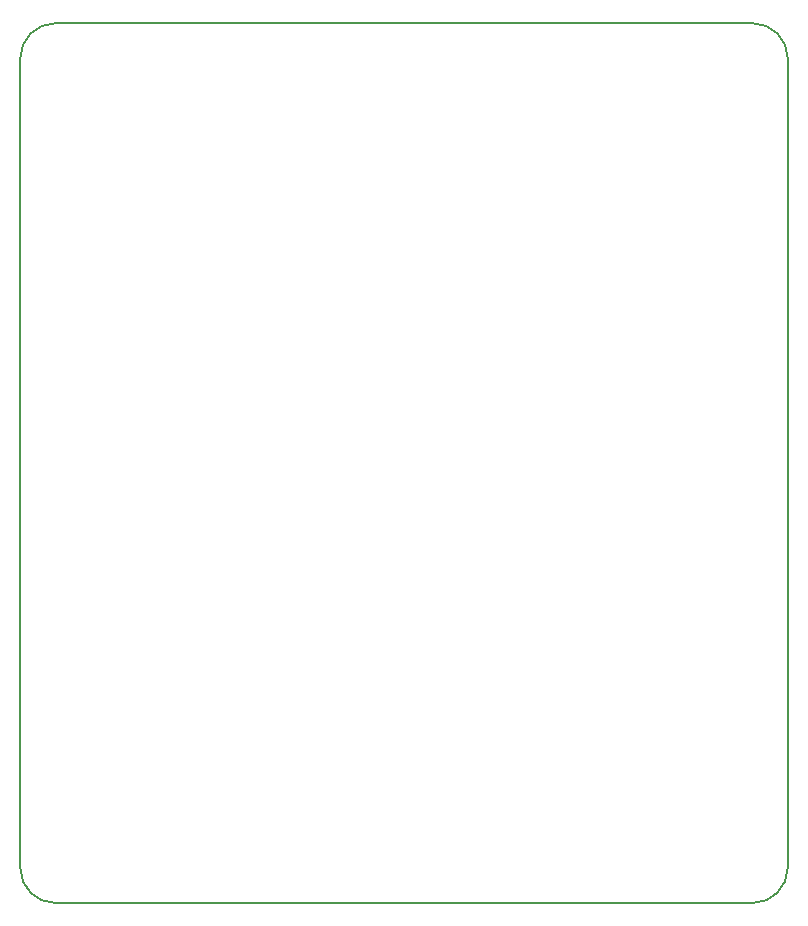
<source format=gbr>
G04 #@! TF.GenerationSoftware,KiCad,Pcbnew,5.1.2-f72e74a~84~ubuntu18.04.1*
G04 #@! TF.CreationDate,2019-05-05T12:37:34+12:00*
G04 #@! TF.ProjectId,pi-hat,70692d68-6174-42e6-9b69-6361645f7063,rev?*
G04 #@! TF.SameCoordinates,Original*
G04 #@! TF.FileFunction,Profile,NP*
%FSLAX46Y46*%
G04 Gerber Fmt 4.6, Leading zero omitted, Abs format (unit mm)*
G04 Created by KiCad (PCBNEW 5.1.2-f72e74a~84~ubuntu18.04.1) date 2019-05-05 12:37:34*
%MOMM*%
%LPD*%
G04 APERTURE LIST*
%ADD10C,0.150000*%
G04 APERTURE END LIST*
D10*
X100000000Y-102000000D02*
G75*
G02X103000000Y-99000000I3000000J0D01*
G01*
X162000000Y-173500000D02*
X103000000Y-173500000D01*
X162000000Y-99000000D02*
G75*
G02X165000000Y-102000000I0J-3000000D01*
G01*
X103000000Y-99000000D02*
X162000000Y-99000000D01*
X100000000Y-170500000D02*
X100000000Y-102000000D01*
X103000000Y-173500000D02*
G75*
G02X100000000Y-170500000I0J3000000D01*
G01*
X165000000Y-170500000D02*
G75*
G02X162000000Y-173500000I-3000000J0D01*
G01*
X165000000Y-102000000D02*
X165000000Y-170500000D01*
M02*

</source>
